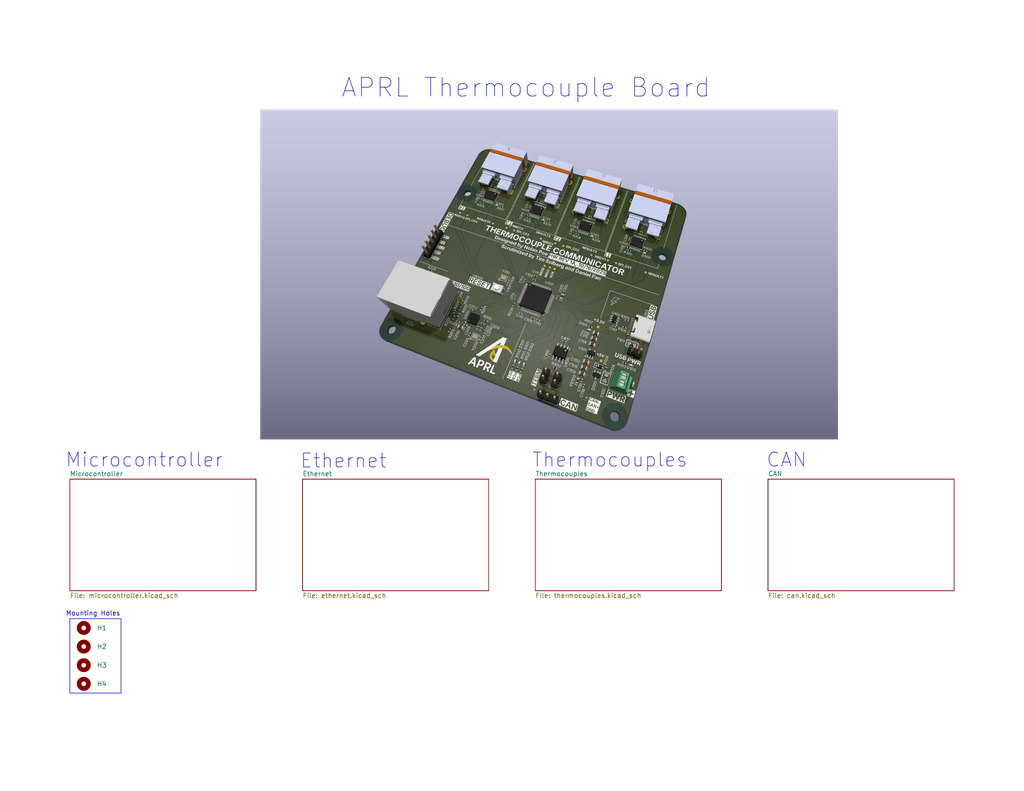
<source format=kicad_sch>
(kicad_sch (version 20250114) (generator "eeschema") (generator_version "9.0")
  (paper "USLetter")
  (title_block (title "Thermocouple Board") (date "2025-10-15") (rev "1A") (company "Aggie Propulsion and Rocketry Lab") (comment 1 "Drawn by: Nolan Poe") (comment 2 "Checked by: Daniel Fan"))
  (lib_symbols
    (symbol "Mechanical:MountingHole" (pin_names (offset 1.016)) (in_bom no)
      (property "Reference" "H" (at 0 5.08 0))
      (property "Value" "MountingHole" (at 0 3.175 0))
      (symbol "MountingHole_0_1"
        (circle (center 0 0) (radius 1.27) (stroke (width 1.27)))
      )
    )
  )
  (rectangle (start 19.05 168.91) (end 33.02 189.23))
  (text "APRL Thermocouple Board" (at 143.51 24.13 0) (effects (font (size 5.08 5.08))))
  (text "Mounting Holes" (at 25.4 167.64 0) (effects (font (size 1.27 1.27))))
  (text "Thermocouples" (at 166.37 125.73 0) (effects (font (size 3.81 3.81))))
  (text "Ethernet" (at 93.726 125.984 0) (effects (font (size 3.81 3.81))))
  (text "Microcontroller" (at 39.37 125.73 0) (effects (font (size 3.81 3.81))))
  (text "CAN" (at 214.63 125.73 0) (effects (font (size 3.81 3.81))))
  (image (at 149.86 74.93) (scale 0.791546))
  (symbol (lib_id "Mechanical:MountingHole") (at 22.86 186.69 0) (unit 1) (in_bom no)
    (property "Reference" "H4" (at 26.416 186.69 0) (effects (justify left)))
    (property "Value" "MountingHole" (effects (hide yes)))
    (property "Footprint" "MountingHole:MountingHole_3.2mm_M3" (effects (hide yes)))
    (property "Description" "Mounting Hole without connection" (effects (hide yes)))
  )
  (symbol (lib_id "Mechanical:MountingHole") (at 22.86 171.45 0) (unit 1) (in_bom no)
    (property "Reference" "H1" (at 26.416 171.45 0) (effects (justify left)))
    (property "Value" "MountingHole" (effects (hide yes)))
    (property "Footprint" "MountingHole:MountingHole_3.2mm_M3" (effects (hide yes)))
    (property "Description" "Mounting Hole without connection" (effects (hide yes)))
  )
  (symbol (lib_id "Mechanical:MountingHole") (at 22.86 176.53 0) (unit 1) (in_bom no)
    (property "Reference" "H2" (at 26.416 176.53 0) (effects (justify left)))
    (property "Value" "MountingHole" (effects (hide yes)))
    (property "Footprint" "MountingHole:MountingHole_3.2mm_M3" (effects (hide yes)))
    (property "Description" "Mounting Hole without connection" (effects (hide yes)))
  )
  (symbol (lib_id "Mechanical:MountingHole") (at 22.86 181.61 0) (unit 1) (in_bom no)
    (property "Reference" "H3" (at 26.416 181.61 0) (effects (justify left)))
    (property "Value" "MountingHole" (effects (hide yes)))
    (property "Footprint" "MountingHole:MountingHole_3.2mm_M3" (effects (hide yes)))
    (property "Description" "Mounting Hole without connection" (effects (hide yes)))
  )
  (sheet (at 82.55 130.81) (size 50.8 30.48) (stroke (width 0.1524))
    (property "Sheetname" "Ethernet" (at 82.55 130.0984 0) (effects (justify left bottom)))
    (property "Sheetfile" "ethernet.kicad_sch" (at 82.55 161.8746 0) (effects (justify left top)))
  )
  (sheet (at 209.55 130.81) (size 50.8 30.48) (stroke (width 0.1524))
    (property "Sheetname" "CAN" (at 209.55 130.0984 0) (effects (justify left bottom)))
    (property "Sheetfile" "can.kicad_sch" (at 209.55 161.8746 0) (effects (justify left top)))
  )
  (sheet (at 146.05 130.81) (size 50.8 30.48) (stroke (width 0.1524))
    (property "Sheetname" "Thermocouples" (at 146.05 130.0984 0) (effects (justify left bottom)))
    (property "Sheetfile" "thermocouples.kicad_sch" (at 146.05 161.8746 0) (effects (justify left top)))
  )
  (sheet (at 19.05 130.81) (size 50.8 30.48) (stroke (width 0.1524))
    (property "Sheetname" "Microcontroller" (at 19.05 130.0984 0) (effects (justify left bottom)))
    (property "Sheetfile" "microcontroller.kicad_sch" (at 19.05 161.8746 0) (effects (justify left top)))
  )
)
</source>
